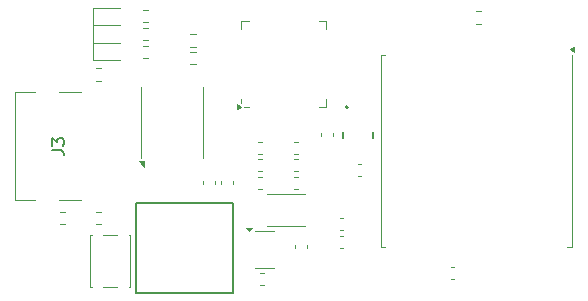
<source format=gbr>
%TF.GenerationSoftware,KiCad,Pcbnew,8.0.5-dirty*%
%TF.CreationDate,2024-10-01T21:11:00+10:00*%
%TF.ProjectId,kestral,6b657374-7261-46c2-9e6b-696361645f70,rev?*%
%TF.SameCoordinates,Original*%
%TF.FileFunction,Legend,Top*%
%TF.FilePolarity,Positive*%
%FSLAX46Y46*%
G04 Gerber Fmt 4.6, Leading zero omitted, Abs format (unit mm)*
G04 Created by KiCad (PCBNEW 8.0.5-dirty) date 2024-10-01 21:11:00*
%MOMM*%
%LPD*%
G01*
G04 APERTURE LIST*
%ADD10C,0.150000*%
%ADD11C,0.120000*%
%ADD12C,0.152400*%
%ADD13C,0.127000*%
%ADD14C,0.200000*%
G04 APERTURE END LIST*
D10*
X103179819Y-112833333D02*
X103894104Y-112833333D01*
X103894104Y-112833333D02*
X104036961Y-112880952D01*
X104036961Y-112880952D02*
X104132200Y-112976190D01*
X104132200Y-112976190D02*
X104179819Y-113119047D01*
X104179819Y-113119047D02*
X104179819Y-113214285D01*
X103179819Y-112452380D02*
X103179819Y-111833333D01*
X103179819Y-111833333D02*
X103560771Y-112166666D01*
X103560771Y-112166666D02*
X103560771Y-112023809D01*
X103560771Y-112023809D02*
X103608390Y-111928571D01*
X103608390Y-111928571D02*
X103656009Y-111880952D01*
X103656009Y-111880952D02*
X103751247Y-111833333D01*
X103751247Y-111833333D02*
X103989342Y-111833333D01*
X103989342Y-111833333D02*
X104084580Y-111880952D01*
X104084580Y-111880952D02*
X104132200Y-111928571D01*
X104132200Y-111928571D02*
X104179819Y-112023809D01*
X104179819Y-112023809D02*
X104179819Y-112309523D01*
X104179819Y-112309523D02*
X104132200Y-112404761D01*
X104132200Y-112404761D02*
X104084580Y-112452380D01*
D11*
%TO.C,R9*%
X103837742Y-118077500D02*
X104312258Y-118077500D01*
X103837742Y-119122500D02*
X104312258Y-119122500D01*
%TO.C,SW1*%
X109800000Y-120000000D02*
X109680000Y-120000000D01*
X108670000Y-120000000D02*
X107530000Y-120000000D01*
X106520000Y-120000000D02*
X106400000Y-120000000D01*
X106400000Y-120000000D02*
X106400000Y-124400000D01*
X109800000Y-124400000D02*
X109800000Y-120000000D01*
X109680000Y-124400000D02*
X109800000Y-124400000D01*
X107530000Y-124400000D02*
X108670000Y-124400000D01*
X106400000Y-124400000D02*
X106520000Y-124400000D01*
D12*
%TO.C,J2*%
X110249799Y-117273000D02*
X110249799Y-124918400D01*
X110249799Y-124918400D02*
X118530199Y-124918400D01*
X118530199Y-117273000D02*
X110249799Y-117273000D01*
X118530199Y-124918400D02*
X118530199Y-117273000D01*
D11*
%TO.C,C5*%
X129370580Y-114040000D02*
X129089420Y-114040000D01*
X129370580Y-115060000D02*
X129089420Y-115060000D01*
%TO.C,U5*%
X110695000Y-113510000D02*
X110695000Y-107520000D01*
X115915000Y-113520000D02*
X115915000Y-107520000D01*
X110995000Y-114230000D02*
X110515000Y-113750000D01*
X110995000Y-113750000D01*
X110995000Y-114230000D01*
G36*
X110995000Y-114230000D02*
G01*
X110515000Y-113750000D01*
X110995000Y-113750000D01*
X110995000Y-114230000D01*
G37*
%TO.C,C8*%
X123965580Y-113605000D02*
X123684420Y-113605000D01*
X123965580Y-114625000D02*
X123684420Y-114625000D01*
%TO.C,U2*%
X131000000Y-104800000D02*
X131000000Y-121000000D01*
X131000000Y-121000000D02*
X131400000Y-121000000D01*
X131400000Y-104800000D02*
X131000000Y-104800000D01*
X147200000Y-104800000D02*
X147200000Y-121000000D01*
X147200000Y-121000000D02*
X146800000Y-121000000D01*
X147336000Y-104540000D02*
X147000000Y-104300000D01*
X147336000Y-104060000D01*
X147336000Y-104540000D01*
G36*
X147336000Y-104540000D02*
G01*
X147000000Y-104300000D01*
X147336000Y-104060000D01*
X147336000Y-104540000D01*
G37*
%TO.C,C3*%
X115990000Y-115434420D02*
X115990000Y-115715580D01*
X117010000Y-115434420D02*
X117010000Y-115715580D01*
%TO.C,J3*%
X100015000Y-107920000D02*
X101720000Y-107920000D01*
X100015000Y-117080000D02*
X100015000Y-107920000D01*
X101720000Y-117080000D02*
X100015000Y-117080000D01*
X103730000Y-117080000D02*
X105650000Y-117080000D01*
X105650000Y-107920000D02*
X103730000Y-107920000D01*
%TO.C,C1*%
X123752500Y-121115580D02*
X123752500Y-120834420D01*
X124772500Y-121115580D02*
X124772500Y-120834420D01*
%TO.C,U3*%
X119190000Y-101922500D02*
X119840000Y-101922500D01*
X119190000Y-102572500D02*
X119190000Y-101922500D01*
X119190000Y-108492500D02*
X119190000Y-108842500D01*
X119840000Y-109142500D02*
X119430000Y-109142500D01*
X126410000Y-101922500D02*
X125760000Y-101922500D01*
X126410000Y-102572500D02*
X126410000Y-101922500D01*
X126410000Y-108492500D02*
X126410000Y-109142500D01*
X126410000Y-109142500D02*
X125760000Y-109142500D01*
X119190000Y-109142500D02*
X118860000Y-109382500D01*
X118860000Y-108902500D01*
X119190000Y-109142500D01*
G36*
X119190000Y-109142500D02*
G01*
X118860000Y-109382500D01*
X118860000Y-108902500D01*
X119190000Y-109142500D01*
G37*
%TO.C,R8*%
X111337258Y-100977500D02*
X110862742Y-100977500D01*
X111337258Y-102022500D02*
X110862742Y-102022500D01*
%TO.C,C15*%
X127559420Y-120090000D02*
X127840580Y-120090000D01*
X127559420Y-121110000D02*
X127840580Y-121110000D01*
%TO.C,C9*%
X120915580Y-112120000D02*
X120634420Y-112120000D01*
X120915580Y-113140000D02*
X120634420Y-113140000D01*
%TO.C,D3*%
X106627500Y-100765000D02*
X106627500Y-102235000D01*
X106627500Y-102235000D02*
X108912500Y-102235000D01*
X108912500Y-100765000D02*
X106627500Y-100765000D01*
%TO.C,U4*%
X121125000Y-119665000D02*
X120325000Y-119665000D01*
X121125000Y-119665000D02*
X121925000Y-119665000D01*
X121125000Y-122785000D02*
X120325000Y-122785000D01*
X121125000Y-122785000D02*
X121925000Y-122785000D01*
X119825000Y-119715000D02*
X119585000Y-119385000D01*
X120065000Y-119385000D01*
X119825000Y-119715000D01*
G36*
X119825000Y-119715000D02*
G01*
X119585000Y-119385000D01*
X120065000Y-119385000D01*
X119825000Y-119715000D01*
G37*
%TO.C,C2*%
X117500000Y-115434420D02*
X117500000Y-115715580D01*
X118520000Y-115434420D02*
X118520000Y-115715580D01*
%TO.C,C7*%
X123965580Y-115105000D02*
X123684420Y-115105000D01*
X123965580Y-116125000D02*
X123684420Y-116125000D01*
%TO.C,C13*%
X137240580Y-122690000D02*
X136959420Y-122690000D01*
X137240580Y-123710000D02*
X136959420Y-123710000D01*
D13*
%TO.C,Y1*%
X127850000Y-111280000D02*
X127850000Y-111820000D01*
X130350000Y-111820000D02*
X130350000Y-111280000D01*
D14*
X128230000Y-109200000D02*
G75*
G02*
X128030000Y-109200000I-100000J0D01*
G01*
X128030000Y-109200000D02*
G75*
G02*
X128230000Y-109200000I100000J0D01*
G01*
D11*
%TO.C,R2*%
X106862742Y-118077500D02*
X107337258Y-118077500D01*
X106862742Y-119122500D02*
X107337258Y-119122500D01*
%TO.C,C12*%
X123965580Y-112105000D02*
X123684420Y-112105000D01*
X123965580Y-113125000D02*
X123684420Y-113125000D01*
%TO.C,R5*%
X111337258Y-103977500D02*
X110862742Y-103977500D01*
X111337258Y-105022500D02*
X110862742Y-105022500D01*
%TO.C,C4*%
X120821920Y-123215000D02*
X121103080Y-123215000D01*
X120821920Y-124235000D02*
X121103080Y-124235000D01*
%TO.C,R4*%
X114862742Y-103010000D02*
X115337258Y-103010000D01*
X114862742Y-104055000D02*
X115337258Y-104055000D01*
%TO.C,R7*%
X139037742Y-101077500D02*
X139512258Y-101077500D01*
X139037742Y-102122500D02*
X139512258Y-102122500D01*
%TO.C,R1*%
X106862742Y-105897500D02*
X107337258Y-105897500D01*
X106862742Y-106942500D02*
X107337258Y-106942500D01*
%TO.C,C6*%
X125945000Y-111384420D02*
X125945000Y-111665580D01*
X126965000Y-111384420D02*
X126965000Y-111665580D01*
%TO.C,L1*%
X121362500Y-116515000D02*
X124562500Y-116515000D01*
X124562500Y-119235000D02*
X121362500Y-119235000D01*
%TO.C,C10*%
X120915580Y-115120000D02*
X120634420Y-115120000D01*
X120915580Y-116140000D02*
X120634420Y-116140000D01*
%TO.C,R3*%
X114862742Y-104510000D02*
X115337258Y-104510000D01*
X114862742Y-105555000D02*
X115337258Y-105555000D01*
%TO.C,R6*%
X111337258Y-102477500D02*
X110862742Y-102477500D01*
X111337258Y-103522500D02*
X110862742Y-103522500D01*
%TO.C,C14*%
X127559420Y-118590000D02*
X127840580Y-118590000D01*
X127559420Y-119610000D02*
X127840580Y-119610000D01*
%TO.C,D1*%
X106627500Y-103765000D02*
X106627500Y-105235000D01*
X106627500Y-105235000D02*
X108912500Y-105235000D01*
X108912500Y-103765000D02*
X106627500Y-103765000D01*
%TO.C,C11*%
X120915580Y-113610000D02*
X120634420Y-113610000D01*
X120915580Y-114630000D02*
X120634420Y-114630000D01*
%TO.C,D2*%
X106627500Y-102265000D02*
X106627500Y-103735000D01*
X106627500Y-103735000D02*
X108912500Y-103735000D01*
X108912500Y-102265000D02*
X106627500Y-102265000D01*
%TD*%
M02*

</source>
